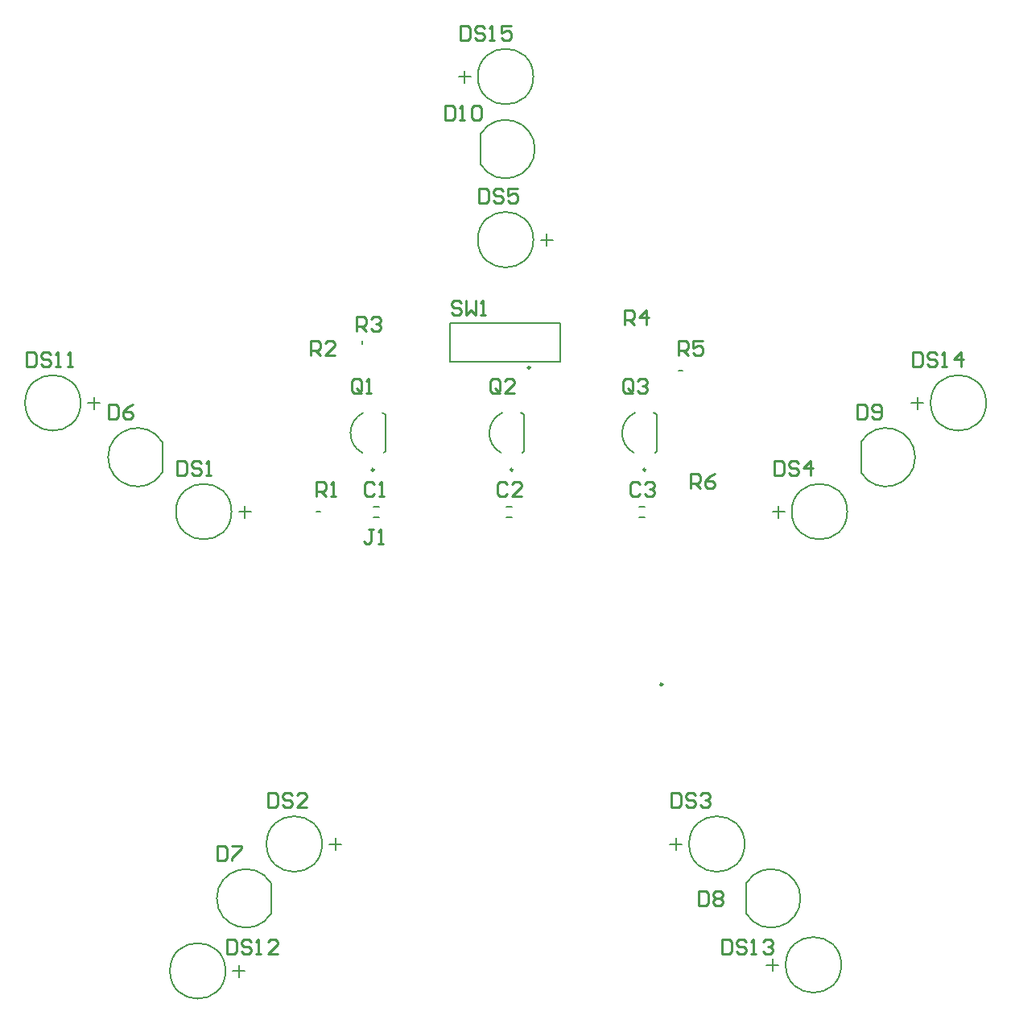
<source format=gto>
G04*
G04 #@! TF.GenerationSoftware,Altium Limited,Altium Designer,23.0.1 (38)*
G04*
G04 Layer_Color=65535*
%FSLAX44Y44*%
%MOMM*%
G71*
G04*
G04 #@! TF.SameCoordinates,DBD969FD-5544-4FB8-9625-6CD88A766504*
G04*
G04*
G04 #@! TF.FilePolarity,Positive*
G04*
G01*
G75*
%ADD10C,0.2000*%
%ADD11C,0.2500*%
%ADD12C,0.1500*%
%ADD13C,0.2540*%
D10*
X557096Y652331D02*
G03*
X559450Y653760I-10996J20769D01*
G01*
Y692440D02*
G03*
X556039Y694395I-13350J-19340D01*
G01*
X536157Y694393D02*
G03*
X535100Y652333I9943J-21293D01*
G01*
X373800Y955550D02*
G03*
X373800Y987550I26260J16000D01*
G01*
X429275Y1047750D02*
G03*
X429275Y1047750I-29225J0D01*
G01*
X38950Y663700D02*
G03*
X38950Y631700I-26260J-16000D01*
G01*
X153250Y200150D02*
G03*
X153250Y168150I-26260J-16000D01*
G01*
X653200Y168150D02*
G03*
X653200Y200150I26260J16000D01*
G01*
X773850Y631700D02*
G03*
X773850Y663700I26260J16000D01*
G01*
X111775Y590550D02*
G03*
X111775Y590550I-29225J0D01*
G01*
X207025Y241300D02*
G03*
X207025Y241300I-29225J0D01*
G01*
X651525Y241300D02*
G03*
X651525Y241300I-29225J0D01*
G01*
X759475Y590550D02*
G03*
X759475Y590550I-29225J0D01*
G01*
X429275Y876300D02*
G03*
X429275Y876300I-29225J0D01*
G01*
X-46975Y704850D02*
G03*
X-46975Y704850I-29225J0D01*
G01*
X105425Y107950D02*
G03*
X105425Y107950I-29225J0D01*
G01*
X753125Y114300D02*
G03*
X753125Y114300I-29225J0D01*
G01*
X905525Y704850D02*
G03*
X905525Y704850I-29225J0D01*
G01*
X271346Y652331D02*
G03*
X273700Y653760I-10996J20769D01*
G01*
Y692440D02*
G03*
X270289Y694395I-13350J-19340D01*
G01*
X250407Y694393D02*
G03*
X249350Y652333I9943J-21293D01*
G01*
X417396Y652331D02*
G03*
X419750Y653760I-10996J20769D01*
G01*
Y692440D02*
G03*
X416339Y694395I-13350J-19340D01*
G01*
X396457Y694393D02*
G03*
X395400Y652333I9943J-21293D01*
G01*
X559450Y653760D02*
Y692440D01*
X373800Y955550D02*
Y987550D01*
X341650Y748350D02*
X457650D01*
X341650D02*
Y788350D01*
X457650D01*
Y748350D02*
Y788350D01*
X356870Y1041400D02*
Y1054100D01*
X350520Y1047750D02*
X363220D01*
X38950Y631700D02*
Y663700D01*
X153250Y168150D02*
Y200150D01*
X653200Y168150D02*
Y200150D01*
X773850Y631700D02*
Y663700D01*
X125730Y584200D02*
Y596900D01*
X119380Y590550D02*
X132080D01*
X220980Y234950D02*
Y247650D01*
X214630Y241300D02*
X227330D01*
X579120Y234950D02*
Y247650D01*
X572770Y241300D02*
X585470D01*
X687070Y584200D02*
Y596900D01*
X680720Y590550D02*
X693420D01*
X443230Y869950D02*
Y882650D01*
X436880Y876300D02*
X449580D01*
X-33020Y698500D02*
Y711200D01*
X-39370Y704850D02*
X-26670D01*
X119380Y101600D02*
Y114300D01*
X113030Y107950D02*
X125730D01*
X680720D02*
Y120650D01*
X674370Y114300D02*
X687070D01*
X833120Y698500D02*
Y711200D01*
X826770Y704850D02*
X839470D01*
X273700Y653760D02*
Y692440D01*
X419750Y653760D02*
Y692440D01*
D11*
X547350Y634600D02*
G03*
X547350Y634600I-1250J0D01*
G01*
X565100Y408960D02*
G03*
X565100Y408960I-1250J0D01*
G01*
X425900Y741850D02*
G03*
X425900Y741850I-1250J0D01*
G01*
X261600Y634600D02*
G03*
X261600Y634600I-1250J0D01*
G01*
X407650D02*
G03*
X407650Y634600I-1250J0D01*
G01*
D12*
X582200Y738450D02*
X586200D01*
X540550Y596050D02*
X546550D01*
X540550Y585050D02*
X546550D01*
X261150Y596050D02*
X267150D01*
X261150Y585050D02*
X267150D01*
X400850Y596050D02*
X406850D01*
X400850Y585050D02*
X406850D01*
X201200Y590550D02*
X205200D01*
X249500Y766350D02*
Y770350D01*
D13*
X594970Y614793D02*
Y630028D01*
X602588D01*
X605127Y627489D01*
Y622411D01*
X602588Y619871D01*
X594970D01*
X600048D02*
X605127Y614793D01*
X620362Y630028D02*
X615283Y627489D01*
X610205Y622411D01*
Y617332D01*
X612744Y614793D01*
X617823D01*
X620362Y617332D01*
Y619871D01*
X617823Y622411D01*
X610205D01*
X582016Y754747D02*
Y769982D01*
X589633D01*
X592173Y767443D01*
Y762365D01*
X589633Y759825D01*
X582016D01*
X587094D02*
X592173Y754747D01*
X607408Y769982D02*
X597251D01*
Y762365D01*
X602329Y764904D01*
X604869D01*
X607408Y762365D01*
Y757286D01*
X604869Y754747D01*
X599790D01*
X597251Y757286D01*
X534007Y717408D02*
Y727565D01*
X531468Y730104D01*
X526389D01*
X523850Y727565D01*
Y717408D01*
X526389Y714869D01*
X531468D01*
X528928Y719947D02*
X534007Y714869D01*
X531468D02*
X534007Y717408D01*
X539085Y727565D02*
X541624Y730104D01*
X546703D01*
X549242Y727565D01*
Y725026D01*
X546703Y722486D01*
X544163D01*
X546703D01*
X549242Y719947D01*
Y717408D01*
X546703Y714869D01*
X541624D01*
X539085Y717408D01*
X261211Y571862D02*
X256132D01*
X258671D01*
Y559166D01*
X256132Y556627D01*
X253593D01*
X251054Y559166D01*
X266289Y556627D02*
X271367D01*
X268828D01*
Y571862D01*
X266289Y569323D01*
X336556Y1017268D02*
Y1002032D01*
X344174D01*
X346713Y1004572D01*
Y1014728D01*
X344174Y1017268D01*
X336556D01*
X351791Y1002032D02*
X356870D01*
X354330D01*
Y1017268D01*
X351791Y1014728D01*
X364487D02*
X367026Y1017268D01*
X372105D01*
X374644Y1014728D01*
Y1004572D01*
X372105Y1002032D01*
X367026D01*
X364487Y1004572D01*
Y1014728D01*
X353159Y809861D02*
X350620Y812400D01*
X345541D01*
X343002Y809861D01*
Y807322D01*
X345541Y804782D01*
X350620D01*
X353159Y802243D01*
Y799704D01*
X350620Y797165D01*
X345541D01*
X343002Y799704D01*
X358237Y812400D02*
Y797165D01*
X363315Y802243D01*
X368394Y797165D01*
Y812400D01*
X373472Y797165D02*
X378550D01*
X376011D01*
Y812400D01*
X373472Y809861D01*
X541119Y619615D02*
X538579Y622154D01*
X533501D01*
X530962Y619615D01*
Y609458D01*
X533501Y606919D01*
X538579D01*
X541119Y609458D01*
X546197Y619615D02*
X548736Y622154D01*
X553815D01*
X556354Y619615D01*
Y617076D01*
X553815Y614537D01*
X551275D01*
X553815D01*
X556354Y611997D01*
Y609458D01*
X553815Y606919D01*
X548736D01*
X546197Y609458D01*
X352146Y1101198D02*
Y1085963D01*
X359763D01*
X362303Y1088502D01*
Y1098659D01*
X359763Y1101198D01*
X352146D01*
X377538Y1098659D02*
X374999Y1101198D01*
X369920D01*
X367381Y1098659D01*
Y1096120D01*
X369920Y1093580D01*
X374999D01*
X377538Y1091041D01*
Y1088502D01*
X374999Y1085963D01*
X369920D01*
X367381Y1088502D01*
X382616Y1085963D02*
X387695D01*
X385155D01*
Y1101198D01*
X382616Y1098659D01*
X405469Y1101198D02*
X395312D01*
Y1093580D01*
X400390Y1096120D01*
X402930D01*
X405469Y1093580D01*
Y1088502D01*
X402930Y1085963D01*
X397851D01*
X395312Y1088502D01*
X261719Y619615D02*
X259179Y622154D01*
X254101D01*
X251562Y619615D01*
Y609458D01*
X254101Y606919D01*
X259179D01*
X261719Y609458D01*
X266797Y606919D02*
X271875D01*
X269336D01*
Y622154D01*
X266797Y619615D01*
X401419D02*
X398880Y622154D01*
X393801D01*
X391262Y619615D01*
Y609458D01*
X393801Y606919D01*
X398880D01*
X401419Y609458D01*
X416654Y606919D02*
X406497D01*
X416654Y617076D01*
Y619615D01*
X414115Y622154D01*
X409036D01*
X406497Y619615D01*
X-17424Y703180D02*
Y687945D01*
X-9807D01*
X-7267Y690484D01*
Y700641D01*
X-9807Y703180D01*
X-17424D01*
X7968D02*
X2889Y700641D01*
X-2189Y695563D01*
Y690484D01*
X350Y687945D01*
X5429D01*
X7968Y690484D01*
Y693023D01*
X5429Y695563D01*
X-2189D01*
X96876Y239630D02*
Y224395D01*
X104494D01*
X107033Y226934D01*
Y237091D01*
X104494Y239630D01*
X96876D01*
X112111D02*
X122268D01*
Y237091D01*
X112111Y226934D01*
Y224395D01*
X603254Y191768D02*
Y176532D01*
X610872D01*
X613411Y179072D01*
Y189228D01*
X610872Y191768D01*
X603254D01*
X618489Y189228D02*
X621028Y191768D01*
X626107D01*
X628646Y189228D01*
Y186689D01*
X626107Y184150D01*
X628646Y181611D01*
Y179072D01*
X626107Y176532D01*
X621028D01*
X618489Y179072D01*
Y181611D01*
X621028Y184150D01*
X618489Y186689D01*
Y189228D01*
X621028Y184150D02*
X626107D01*
X769976Y703180D02*
Y687945D01*
X777594D01*
X780133Y690484D01*
Y700641D01*
X777594Y703180D01*
X769976D01*
X785211Y690484D02*
X787750Y687945D01*
X792829D01*
X795368Y690484D01*
Y700641D01*
X792829Y703180D01*
X787750D01*
X785211Y700641D01*
Y698102D01*
X787750Y695563D01*
X795368D01*
X54712Y643998D02*
Y628763D01*
X62330D01*
X64869Y631302D01*
Y641459D01*
X62330Y643998D01*
X54712D01*
X80104Y641459D02*
X77565Y643998D01*
X72486D01*
X69947Y641459D01*
Y638920D01*
X72486Y636381D01*
X77565D01*
X80104Y633841D01*
Y631302D01*
X77565Y628763D01*
X72486D01*
X69947Y631302D01*
X85182Y628763D02*
X90260D01*
X87721D01*
Y643998D01*
X85182Y641459D01*
X149962Y294748D02*
Y279513D01*
X157579D01*
X160119Y282052D01*
Y292209D01*
X157579Y294748D01*
X149962D01*
X175354Y292209D02*
X172815Y294748D01*
X167736D01*
X165197Y292209D01*
Y289670D01*
X167736Y287131D01*
X172815D01*
X175354Y284591D01*
Y282052D01*
X172815Y279513D01*
X167736D01*
X165197Y282052D01*
X190589Y279513D02*
X180432D01*
X190589Y289670D01*
Y292209D01*
X188050Y294748D01*
X182971D01*
X180432Y292209D01*
X574396Y294748D02*
Y279513D01*
X582014D01*
X584553Y282052D01*
Y292209D01*
X582014Y294748D01*
X574396D01*
X599788Y292209D02*
X597249Y294748D01*
X592170D01*
X589631Y292209D01*
Y289670D01*
X592170Y287131D01*
X597249D01*
X599788Y284591D01*
Y282052D01*
X597249Y279513D01*
X592170D01*
X589631Y282052D01*
X604866Y292209D02*
X607405Y294748D01*
X612484D01*
X615023Y292209D01*
Y289670D01*
X612484Y287131D01*
X609944D01*
X612484D01*
X615023Y284591D01*
Y282052D01*
X612484Y279513D01*
X607405D01*
X604866Y282052D01*
X682346Y643998D02*
Y628763D01*
X689964D01*
X692503Y631302D01*
Y641459D01*
X689964Y643998D01*
X682346D01*
X707738Y641459D02*
X705199Y643998D01*
X700120D01*
X697581Y641459D01*
Y638920D01*
X700120Y636381D01*
X705199D01*
X707738Y633841D01*
Y631302D01*
X705199Y628763D01*
X700120D01*
X697581Y631302D01*
X720434Y628763D02*
Y643998D01*
X712816Y636381D01*
X722973D01*
X372212Y929748D02*
Y914513D01*
X379829D01*
X382369Y917052D01*
Y927209D01*
X379829Y929748D01*
X372212D01*
X397604Y927209D02*
X395065Y929748D01*
X389986D01*
X387447Y927209D01*
Y924670D01*
X389986Y922131D01*
X395065D01*
X397604Y919591D01*
Y917052D01*
X395065Y914513D01*
X389986D01*
X387447Y917052D01*
X412839Y929748D02*
X402682D01*
Y922131D01*
X407761Y924670D01*
X410300D01*
X412839Y922131D01*
Y917052D01*
X410300Y914513D01*
X405221D01*
X402682Y917052D01*
X-104038Y758298D02*
Y743063D01*
X-96420D01*
X-93881Y745602D01*
Y755759D01*
X-96420Y758298D01*
X-104038D01*
X-78646Y755759D02*
X-81185Y758298D01*
X-86264D01*
X-88803Y755759D01*
Y753220D01*
X-86264Y750680D01*
X-81185D01*
X-78646Y748141D01*
Y745602D01*
X-81185Y743063D01*
X-86264D01*
X-88803Y745602D01*
X-73568Y743063D02*
X-68489D01*
X-71029D01*
Y758298D01*
X-73568Y755759D01*
X-60872Y743063D02*
X-55794D01*
X-58333D01*
Y758298D01*
X-60872Y755759D01*
X106689Y140968D02*
Y125732D01*
X114306D01*
X116845Y128272D01*
Y138428D01*
X114306Y140968D01*
X106689D01*
X132080Y138428D02*
X129541Y140968D01*
X124463D01*
X121924Y138428D01*
Y135889D01*
X124463Y133350D01*
X129541D01*
X132080Y130811D01*
Y128272D01*
X129541Y125732D01*
X124463D01*
X121924Y128272D01*
X137159Y125732D02*
X142237D01*
X139698D01*
Y140968D01*
X137159Y138428D01*
X160011Y125732D02*
X149855D01*
X160011Y135889D01*
Y138428D01*
X157472Y140968D01*
X152394D01*
X149855Y138428D01*
X627389Y140968D02*
Y125732D01*
X635006D01*
X637545Y128272D01*
Y138428D01*
X635006Y140968D01*
X627389D01*
X652780Y138428D02*
X650241Y140968D01*
X645163D01*
X642624Y138428D01*
Y135889D01*
X645163Y133350D01*
X650241D01*
X652780Y130811D01*
Y128272D01*
X650241Y125732D01*
X645163D01*
X642624Y128272D01*
X657859Y125732D02*
X662937D01*
X660398D01*
Y140968D01*
X657859Y138428D01*
X670555D02*
X673094Y140968D01*
X678172D01*
X680711Y138428D01*
Y135889D01*
X678172Y133350D01*
X675633D01*
X678172D01*
X680711Y130811D01*
Y128272D01*
X678172Y125732D01*
X673094D01*
X670555Y128272D01*
X828396Y758298D02*
Y743063D01*
X836013D01*
X838553Y745602D01*
Y755759D01*
X836013Y758298D01*
X828396D01*
X853788Y755759D02*
X851249Y758298D01*
X846170D01*
X843631Y755759D01*
Y753220D01*
X846170Y750680D01*
X851249D01*
X853788Y748141D01*
Y745602D01*
X851249Y743063D01*
X846170D01*
X843631Y745602D01*
X858866Y743063D02*
X863944D01*
X861405D01*
Y758298D01*
X858866Y755759D01*
X879180Y743063D02*
Y758298D01*
X871562Y750680D01*
X881719D01*
X248257Y717408D02*
Y727565D01*
X245718Y730104D01*
X240639D01*
X238100Y727565D01*
Y717408D01*
X240639Y714869D01*
X245718D01*
X243178Y719947D02*
X248257Y714869D01*
X245718D02*
X248257Y717408D01*
X253335Y714869D02*
X258413D01*
X255874D01*
Y730104D01*
X253335Y727565D01*
X394307Y717408D02*
Y727565D01*
X391768Y730104D01*
X386689D01*
X384150Y727565D01*
Y717408D01*
X386689Y714869D01*
X391768D01*
X389228Y719947D02*
X394307Y714869D01*
X391768D02*
X394307Y717408D01*
X409542Y714869D02*
X399385D01*
X409542Y725026D01*
Y727565D01*
X407003Y730104D01*
X401924D01*
X399385Y727565D01*
X201016Y606919D02*
Y622154D01*
X208633D01*
X211173Y619615D01*
Y614537D01*
X208633Y611997D01*
X201016D01*
X206094D02*
X211173Y606919D01*
X216251D02*
X221329D01*
X218790D01*
Y622154D01*
X216251Y619615D01*
X194920Y754493D02*
Y769728D01*
X202537D01*
X205077Y767189D01*
Y762111D01*
X202537Y759571D01*
X194920D01*
X199998D02*
X205077Y754493D01*
X220312D02*
X210155D01*
X220312Y764650D01*
Y767189D01*
X217773Y769728D01*
X212694D01*
X210155Y767189D01*
X243180Y780655D02*
Y795890D01*
X250798D01*
X253337Y793351D01*
Y788272D01*
X250798Y785733D01*
X243180D01*
X248258D02*
X253337Y780655D01*
X258415Y793351D02*
X260954Y795890D01*
X266033D01*
X268572Y793351D01*
Y790812D01*
X266033Y788272D01*
X263493D01*
X266033D01*
X268572Y785733D01*
Y783194D01*
X266033Y780655D01*
X260954D01*
X258415Y783194D01*
X525628Y786751D02*
Y801986D01*
X533246D01*
X535785Y799447D01*
Y794369D01*
X533246Y791829D01*
X525628D01*
X530706D02*
X535785Y786751D01*
X548481D02*
Y801986D01*
X540863Y794369D01*
X551020D01*
M02*

</source>
